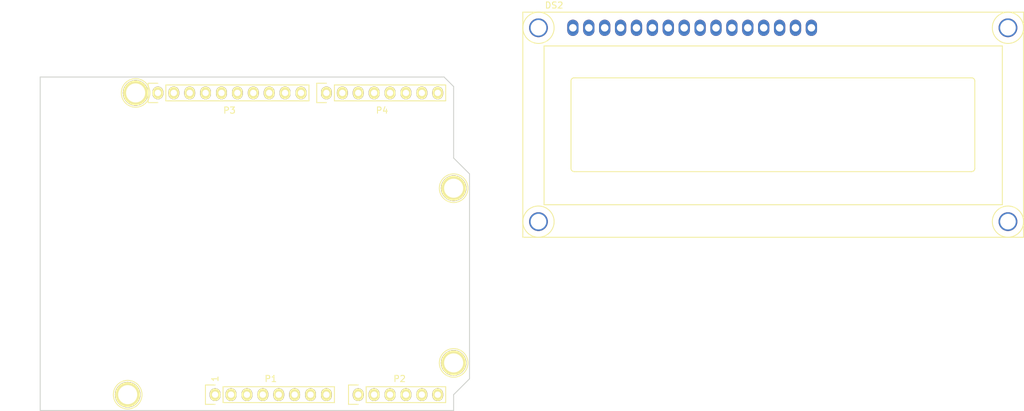
<source format=kicad_pcb>
(kicad_pcb (version 4) (host pcbnew 4.0.4+e1-6308~48~ubuntu14.04.1-stable)

  (general
    (links 4)
    (no_connects 4)
    (area 110.922999 72.949999 179.653001 126.440001)
    (thickness 1.6)
    (drawings 27)
    (tracks 0)
    (zones 0)
    (modules 9)
    (nets 49)
  )

  (page A4)
  (title_block
    (date "lun. 30 mars 2015")
  )

  (layers
    (0 F.Cu signal)
    (31 B.Cu signal)
    (32 B.Adhes user)
    (33 F.Adhes user)
    (34 B.Paste user)
    (35 F.Paste user)
    (36 B.SilkS user)
    (37 F.SilkS user)
    (38 B.Mask user)
    (39 F.Mask user)
    (40 Dwgs.User user)
    (41 Cmts.User user)
    (42 Eco1.User user)
    (43 Eco2.User user)
    (44 Edge.Cuts user)
    (45 Margin user)
    (46 B.CrtYd user)
    (47 F.CrtYd user)
    (48 B.Fab user)
    (49 F.Fab user)
  )

  (setup
    (last_trace_width 0.25)
    (trace_clearance 0.2)
    (zone_clearance 0.508)
    (zone_45_only no)
    (trace_min 0.2)
    (segment_width 0.15)
    (edge_width 0.15)
    (via_size 0.6)
    (via_drill 0.4)
    (via_min_size 0.4)
    (via_min_drill 0.3)
    (uvia_size 0.3)
    (uvia_drill 0.1)
    (uvias_allowed no)
    (uvia_min_size 0.2)
    (uvia_min_drill 0.1)
    (pcb_text_width 0.3)
    (pcb_text_size 1.5 1.5)
    (mod_edge_width 0.15)
    (mod_text_size 1 1)
    (mod_text_width 0.15)
    (pad_size 4.064 4.064)
    (pad_drill 3.048)
    (pad_to_mask_clearance 0)
    (aux_axis_origin 110.998 126.365)
    (grid_origin 110.998 126.365)
    (visible_elements FFFFFF7F)
    (pcbplotparams
      (layerselection 0x00030_80000001)
      (usegerberextensions false)
      (excludeedgelayer true)
      (linewidth 0.100000)
      (plotframeref false)
      (viasonmask false)
      (mode 1)
      (useauxorigin false)
      (hpglpennumber 1)
      (hpglpenspeed 20)
      (hpglpendiameter 15)
      (hpglpenoverlay 2)
      (psnegative false)
      (psa4output false)
      (plotreference true)
      (plotvalue true)
      (plotinvisibletext false)
      (padsonsilk false)
      (subtractmaskfromsilk false)
      (outputformat 1)
      (mirror false)
      (drillshape 1)
      (scaleselection 1)
      (outputdirectory ""))
  )

  (net 0 "")
  (net 1 /IOREF)
  (net 2 /Reset)
  (net 3 +5V)
  (net 4 GND)
  (net 5 /Vin)
  (net 6 /A0)
  (net 7 /A1)
  (net 8 /A2)
  (net 9 /A3)
  (net 10 /AREF)
  (net 11 "/A4(SDA)")
  (net 12 "/A5(SCL)")
  (net 13 "/9(**)")
  (net 14 /8)
  (net 15 /7)
  (net 16 "/6(**)")
  (net 17 "/5(**)")
  (net 18 /4)
  (net 19 "/3(**)")
  (net 20 /2)
  (net 21 "/1(Tx)")
  (net 22 "/0(Rx)")
  (net 23 "Net-(P5-Pad1)")
  (net 24 "Net-(P6-Pad1)")
  (net 25 "Net-(P7-Pad1)")
  (net 26 "Net-(P8-Pad1)")
  (net 27 "/13(SCK)")
  (net 28 "/10(**/SS)")
  (net 29 "Net-(P1-Pad1)")
  (net 30 +3V3)
  (net 31 "/12(MISO)")
  (net 32 "/11(**/MOSI)")
  (net 33 "Net-(DS2-Pad1)")
  (net 34 "Net-(DS2-Pad2)")
  (net 35 "Net-(DS2-Pad3)")
  (net 36 "Net-(DS2-Pad4)")
  (net 37 "Net-(DS2-Pad5)")
  (net 38 "Net-(DS2-Pad6)")
  (net 39 "Net-(DS2-Pad7)")
  (net 40 "Net-(DS2-Pad8)")
  (net 41 "Net-(DS2-Pad9)")
  (net 42 "Net-(DS2-Pad10)")
  (net 43 "Net-(DS2-Pad11)")
  (net 44 "Net-(DS2-Pad12)")
  (net 45 "Net-(DS2-Pad13)")
  (net 46 "Net-(DS2-Pad14)")
  (net 47 "Net-(DS2-Pad15)")
  (net 48 "Net-(DS2-Pad16)")

  (net_class Default "This is the default net class."
    (clearance 0.2)
    (trace_width 0.25)
    (via_dia 0.6)
    (via_drill 0.4)
    (uvia_dia 0.3)
    (uvia_drill 0.1)
    (add_net +3V3)
    (add_net +5V)
    (add_net "/0(Rx)")
    (add_net "/1(Tx)")
    (add_net "/10(**/SS)")
    (add_net "/11(**/MOSI)")
    (add_net "/12(MISO)")
    (add_net "/13(SCK)")
    (add_net /2)
    (add_net "/3(**)")
    (add_net /4)
    (add_net "/5(**)")
    (add_net "/6(**)")
    (add_net /7)
    (add_net /8)
    (add_net "/9(**)")
    (add_net /A0)
    (add_net /A1)
    (add_net /A2)
    (add_net /A3)
    (add_net "/A4(SDA)")
    (add_net "/A5(SCL)")
    (add_net /AREF)
    (add_net /IOREF)
    (add_net /Reset)
    (add_net /Vin)
    (add_net GND)
    (add_net "Net-(DS2-Pad1)")
    (add_net "Net-(DS2-Pad10)")
    (add_net "Net-(DS2-Pad11)")
    (add_net "Net-(DS2-Pad12)")
    (add_net "Net-(DS2-Pad13)")
    (add_net "Net-(DS2-Pad14)")
    (add_net "Net-(DS2-Pad15)")
    (add_net "Net-(DS2-Pad16)")
    (add_net "Net-(DS2-Pad2)")
    (add_net "Net-(DS2-Pad3)")
    (add_net "Net-(DS2-Pad4)")
    (add_net "Net-(DS2-Pad5)")
    (add_net "Net-(DS2-Pad6)")
    (add_net "Net-(DS2-Pad7)")
    (add_net "Net-(DS2-Pad8)")
    (add_net "Net-(DS2-Pad9)")
    (add_net "Net-(P1-Pad1)")
    (add_net "Net-(P5-Pad1)")
    (add_net "Net-(P6-Pad1)")
    (add_net "Net-(P7-Pad1)")
    (add_net "Net-(P8-Pad1)")
  )

  (module Socket_Arduino_Uno:Socket_Strip_Arduino_1x08 locked (layer F.Cu) (tedit 552168D2) (tstamp 551AF9EA)
    (at 138.938 123.825)
    (descr "Through hole socket strip")
    (tags "socket strip")
    (path /5517C2C1)
    (fp_text reference P1 (at 8.89 -2.54) (layer F.SilkS)
      (effects (font (size 1 1) (thickness 0.15)))
    )
    (fp_text value Power (at 8.89 -4.064) (layer F.Fab)
      (effects (font (size 1 1) (thickness 0.15)))
    )
    (fp_line (start -1.75 -1.75) (end -1.75 1.75) (layer F.CrtYd) (width 0.05))
    (fp_line (start 19.55 -1.75) (end 19.55 1.75) (layer F.CrtYd) (width 0.05))
    (fp_line (start -1.75 -1.75) (end 19.55 -1.75) (layer F.CrtYd) (width 0.05))
    (fp_line (start -1.75 1.75) (end 19.55 1.75) (layer F.CrtYd) (width 0.05))
    (fp_line (start 1.27 1.27) (end 19.05 1.27) (layer F.SilkS) (width 0.15))
    (fp_line (start 19.05 1.27) (end 19.05 -1.27) (layer F.SilkS) (width 0.15))
    (fp_line (start 19.05 -1.27) (end 1.27 -1.27) (layer F.SilkS) (width 0.15))
    (fp_line (start -1.55 1.55) (end 0 1.55) (layer F.SilkS) (width 0.15))
    (fp_line (start 1.27 1.27) (end 1.27 -1.27) (layer F.SilkS) (width 0.15))
    (fp_line (start 0 -1.55) (end -1.55 -1.55) (layer F.SilkS) (width 0.15))
    (fp_line (start -1.55 -1.55) (end -1.55 1.55) (layer F.SilkS) (width 0.15))
    (pad 1 thru_hole oval (at 0 0) (size 1.7272 2.032) (drill 1.016) (layers *.Cu *.Mask F.SilkS)
      (net 29 "Net-(P1-Pad1)"))
    (pad 2 thru_hole oval (at 2.54 0) (size 1.7272 2.032) (drill 1.016) (layers *.Cu *.Mask F.SilkS)
      (net 1 /IOREF))
    (pad 3 thru_hole oval (at 5.08 0) (size 1.7272 2.032) (drill 1.016) (layers *.Cu *.Mask F.SilkS)
      (net 2 /Reset))
    (pad 4 thru_hole oval (at 7.62 0) (size 1.7272 2.032) (drill 1.016) (layers *.Cu *.Mask F.SilkS)
      (net 30 +3V3))
    (pad 5 thru_hole oval (at 10.16 0) (size 1.7272 2.032) (drill 1.016) (layers *.Cu *.Mask F.SilkS)
      (net 3 +5V))
    (pad 6 thru_hole oval (at 12.7 0) (size 1.7272 2.032) (drill 1.016) (layers *.Cu *.Mask F.SilkS)
      (net 4 GND))
    (pad 7 thru_hole oval (at 15.24 0) (size 1.7272 2.032) (drill 1.016) (layers *.Cu *.Mask F.SilkS)
      (net 4 GND))
    (pad 8 thru_hole oval (at 17.78 0) (size 1.7272 2.032) (drill 1.016) (layers *.Cu *.Mask F.SilkS)
      (net 5 /Vin))
    (model ${KIPRJMOD}/Socket_Arduino_Uno.3dshapes/Socket_header_Arduino_1x08.wrl
      (at (xyz 0.35 0 0))
      (scale (xyz 1 1 1))
      (rotate (xyz 0 0 180))
    )
  )

  (module Socket_Arduino_Uno:Socket_Strip_Arduino_1x06 locked (layer F.Cu) (tedit 552168D6) (tstamp 551AF9FF)
    (at 161.798 123.825)
    (descr "Through hole socket strip")
    (tags "socket strip")
    (path /5517C323)
    (fp_text reference P2 (at 6.604 -2.54) (layer F.SilkS)
      (effects (font (size 1 1) (thickness 0.15)))
    )
    (fp_text value Analog (at 6.604 -4.064) (layer F.Fab)
      (effects (font (size 1 1) (thickness 0.15)))
    )
    (fp_line (start -1.75 -1.75) (end -1.75 1.75) (layer F.CrtYd) (width 0.05))
    (fp_line (start 14.45 -1.75) (end 14.45 1.75) (layer F.CrtYd) (width 0.05))
    (fp_line (start -1.75 -1.75) (end 14.45 -1.75) (layer F.CrtYd) (width 0.05))
    (fp_line (start -1.75 1.75) (end 14.45 1.75) (layer F.CrtYd) (width 0.05))
    (fp_line (start 1.27 1.27) (end 13.97 1.27) (layer F.SilkS) (width 0.15))
    (fp_line (start 13.97 1.27) (end 13.97 -1.27) (layer F.SilkS) (width 0.15))
    (fp_line (start 13.97 -1.27) (end 1.27 -1.27) (layer F.SilkS) (width 0.15))
    (fp_line (start -1.55 1.55) (end 0 1.55) (layer F.SilkS) (width 0.15))
    (fp_line (start 1.27 1.27) (end 1.27 -1.27) (layer F.SilkS) (width 0.15))
    (fp_line (start 0 -1.55) (end -1.55 -1.55) (layer F.SilkS) (width 0.15))
    (fp_line (start -1.55 -1.55) (end -1.55 1.55) (layer F.SilkS) (width 0.15))
    (pad 1 thru_hole oval (at 0 0) (size 1.7272 2.032) (drill 1.016) (layers *.Cu *.Mask F.SilkS)
      (net 6 /A0))
    (pad 2 thru_hole oval (at 2.54 0) (size 1.7272 2.032) (drill 1.016) (layers *.Cu *.Mask F.SilkS)
      (net 7 /A1))
    (pad 3 thru_hole oval (at 5.08 0) (size 1.7272 2.032) (drill 1.016) (layers *.Cu *.Mask F.SilkS)
      (net 8 /A2))
    (pad 4 thru_hole oval (at 7.62 0) (size 1.7272 2.032) (drill 1.016) (layers *.Cu *.Mask F.SilkS)
      (net 9 /A3))
    (pad 5 thru_hole oval (at 10.16 0) (size 1.7272 2.032) (drill 1.016) (layers *.Cu *.Mask F.SilkS)
      (net 11 "/A4(SDA)"))
    (pad 6 thru_hole oval (at 12.7 0) (size 1.7272 2.032) (drill 1.016) (layers *.Cu *.Mask F.SilkS)
      (net 12 "/A5(SCL)"))
    (model ${KIPRJMOD}/Socket_Arduino_Uno.3dshapes/Socket_header_Arduino_1x06.wrl
      (at (xyz 0.25 0 0))
      (scale (xyz 1 1 1))
      (rotate (xyz 0 0 180))
    )
  )

  (module Socket_Arduino_Uno:Socket_Strip_Arduino_1x10 locked (layer F.Cu) (tedit 552168BF) (tstamp 551AFA18)
    (at 129.794 75.565)
    (descr "Through hole socket strip")
    (tags "socket strip")
    (path /5517C46C)
    (fp_text reference P3 (at 11.43 2.794) (layer F.SilkS)
      (effects (font (size 1 1) (thickness 0.15)))
    )
    (fp_text value Digital (at 11.43 4.318) (layer F.Fab)
      (effects (font (size 1 1) (thickness 0.15)))
    )
    (fp_line (start -1.75 -1.75) (end -1.75 1.75) (layer F.CrtYd) (width 0.05))
    (fp_line (start 24.65 -1.75) (end 24.65 1.75) (layer F.CrtYd) (width 0.05))
    (fp_line (start -1.75 -1.75) (end 24.65 -1.75) (layer F.CrtYd) (width 0.05))
    (fp_line (start -1.75 1.75) (end 24.65 1.75) (layer F.CrtYd) (width 0.05))
    (fp_line (start 1.27 1.27) (end 24.13 1.27) (layer F.SilkS) (width 0.15))
    (fp_line (start 24.13 1.27) (end 24.13 -1.27) (layer F.SilkS) (width 0.15))
    (fp_line (start 24.13 -1.27) (end 1.27 -1.27) (layer F.SilkS) (width 0.15))
    (fp_line (start -1.55 1.55) (end 0 1.55) (layer F.SilkS) (width 0.15))
    (fp_line (start 1.27 1.27) (end 1.27 -1.27) (layer F.SilkS) (width 0.15))
    (fp_line (start 0 -1.55) (end -1.55 -1.55) (layer F.SilkS) (width 0.15))
    (fp_line (start -1.55 -1.55) (end -1.55 1.55) (layer F.SilkS) (width 0.15))
    (pad 1 thru_hole oval (at 0 0) (size 1.7272 2.032) (drill 1.016) (layers *.Cu *.Mask F.SilkS)
      (net 12 "/A5(SCL)"))
    (pad 2 thru_hole oval (at 2.54 0) (size 1.7272 2.032) (drill 1.016) (layers *.Cu *.Mask F.SilkS)
      (net 11 "/A4(SDA)"))
    (pad 3 thru_hole oval (at 5.08 0) (size 1.7272 2.032) (drill 1.016) (layers *.Cu *.Mask F.SilkS)
      (net 10 /AREF))
    (pad 4 thru_hole oval (at 7.62 0) (size 1.7272 2.032) (drill 1.016) (layers *.Cu *.Mask F.SilkS)
      (net 4 GND))
    (pad 5 thru_hole oval (at 10.16 0) (size 1.7272 2.032) (drill 1.016) (layers *.Cu *.Mask F.SilkS)
      (net 27 "/13(SCK)"))
    (pad 6 thru_hole oval (at 12.7 0) (size 1.7272 2.032) (drill 1.016) (layers *.Cu *.Mask F.SilkS)
      (net 31 "/12(MISO)"))
    (pad 7 thru_hole oval (at 15.24 0) (size 1.7272 2.032) (drill 1.016) (layers *.Cu *.Mask F.SilkS)
      (net 32 "/11(**/MOSI)"))
    (pad 8 thru_hole oval (at 17.78 0) (size 1.7272 2.032) (drill 1.016) (layers *.Cu *.Mask F.SilkS)
      (net 28 "/10(**/SS)"))
    (pad 9 thru_hole oval (at 20.32 0) (size 1.7272 2.032) (drill 1.016) (layers *.Cu *.Mask F.SilkS)
      (net 13 "/9(**)"))
    (pad 10 thru_hole oval (at 22.86 0) (size 1.7272 2.032) (drill 1.016) (layers *.Cu *.Mask F.SilkS)
      (net 14 /8))
    (model ${KIPRJMOD}/Socket_Arduino_Uno.3dshapes/Socket_header_Arduino_1x10.wrl
      (at (xyz 0.45 0 0))
      (scale (xyz 1 1 1))
      (rotate (xyz 0 0 180))
    )
  )

  (module Socket_Arduino_Uno:Socket_Strip_Arduino_1x08 locked (layer F.Cu) (tedit 552168C7) (tstamp 551AFA2F)
    (at 156.718 75.565)
    (descr "Through hole socket strip")
    (tags "socket strip")
    (path /5517C366)
    (fp_text reference P4 (at 8.89 2.794) (layer F.SilkS)
      (effects (font (size 1 1) (thickness 0.15)))
    )
    (fp_text value Digital (at 8.89 4.318) (layer F.Fab)
      (effects (font (size 1 1) (thickness 0.15)))
    )
    (fp_line (start -1.75 -1.75) (end -1.75 1.75) (layer F.CrtYd) (width 0.05))
    (fp_line (start 19.55 -1.75) (end 19.55 1.75) (layer F.CrtYd) (width 0.05))
    (fp_line (start -1.75 -1.75) (end 19.55 -1.75) (layer F.CrtYd) (width 0.05))
    (fp_line (start -1.75 1.75) (end 19.55 1.75) (layer F.CrtYd) (width 0.05))
    (fp_line (start 1.27 1.27) (end 19.05 1.27) (layer F.SilkS) (width 0.15))
    (fp_line (start 19.05 1.27) (end 19.05 -1.27) (layer F.SilkS) (width 0.15))
    (fp_line (start 19.05 -1.27) (end 1.27 -1.27) (layer F.SilkS) (width 0.15))
    (fp_line (start -1.55 1.55) (end 0 1.55) (layer F.SilkS) (width 0.15))
    (fp_line (start 1.27 1.27) (end 1.27 -1.27) (layer F.SilkS) (width 0.15))
    (fp_line (start 0 -1.55) (end -1.55 -1.55) (layer F.SilkS) (width 0.15))
    (fp_line (start -1.55 -1.55) (end -1.55 1.55) (layer F.SilkS) (width 0.15))
    (pad 1 thru_hole oval (at 0 0) (size 1.7272 2.032) (drill 1.016) (layers *.Cu *.Mask F.SilkS)
      (net 15 /7))
    (pad 2 thru_hole oval (at 2.54 0) (size 1.7272 2.032) (drill 1.016) (layers *.Cu *.Mask F.SilkS)
      (net 16 "/6(**)"))
    (pad 3 thru_hole oval (at 5.08 0) (size 1.7272 2.032) (drill 1.016) (layers *.Cu *.Mask F.SilkS)
      (net 17 "/5(**)"))
    (pad 4 thru_hole oval (at 7.62 0) (size 1.7272 2.032) (drill 1.016) (layers *.Cu *.Mask F.SilkS)
      (net 18 /4))
    (pad 5 thru_hole oval (at 10.16 0) (size 1.7272 2.032) (drill 1.016) (layers *.Cu *.Mask F.SilkS)
      (net 19 "/3(**)"))
    (pad 6 thru_hole oval (at 12.7 0) (size 1.7272 2.032) (drill 1.016) (layers *.Cu *.Mask F.SilkS)
      (net 20 /2))
    (pad 7 thru_hole oval (at 15.24 0) (size 1.7272 2.032) (drill 1.016) (layers *.Cu *.Mask F.SilkS)
      (net 21 "/1(Tx)"))
    (pad 8 thru_hole oval (at 17.78 0) (size 1.7272 2.032) (drill 1.016) (layers *.Cu *.Mask F.SilkS)
      (net 22 "/0(Rx)"))
    (model ${KIPRJMOD}/Socket_Arduino_Uno.3dshapes/Socket_header_Arduino_1x08.wrl
      (at (xyz 0.35 0 0))
      (scale (xyz 1 1 1))
      (rotate (xyz 0 0 180))
    )
  )

  (module Socket_Arduino_Uno:Arduino_1pin locked (layer F.Cu) (tedit 5524FC39) (tstamp 5524FC3F)
    (at 124.968 123.825)
    (descr "module 1 pin (ou trou mecanique de percage)")
    (tags DEV)
    (path /551BBC06)
    (fp_text reference P5 (at 0 -3.048) (layer F.SilkS) hide
      (effects (font (size 1 1) (thickness 0.15)))
    )
    (fp_text value CONN_1 (at 0 2.794) (layer F.Fab) hide
      (effects (font (size 1 1) (thickness 0.15)))
    )
    (fp_circle (center 0 0) (end 0 -2.286) (layer F.SilkS) (width 0.15))
    (pad 1 thru_hole circle (at 0 0) (size 4.064 4.064) (drill 3.048) (layers *.Cu *.Mask F.SilkS)
      (net 23 "Net-(P5-Pad1)"))
  )

  (module Socket_Arduino_Uno:Arduino_1pin locked (layer F.Cu) (tedit 5524FC4A) (tstamp 5524FC44)
    (at 177.038 118.745)
    (descr "module 1 pin (ou trou mecanique de percage)")
    (tags DEV)
    (path /551BBD10)
    (fp_text reference P6 (at 0 -3.048) (layer F.SilkS) hide
      (effects (font (size 1 1) (thickness 0.15)))
    )
    (fp_text value CONN_1 (at 0 2.794) (layer F.Fab) hide
      (effects (font (size 1 1) (thickness 0.15)))
    )
    (fp_circle (center 0 0) (end 0 -2.286) (layer F.SilkS) (width 0.15))
    (pad 1 thru_hole circle (at 0 0) (size 4.064 4.064) (drill 3.048) (layers *.Cu *.Mask F.SilkS)
      (net 24 "Net-(P6-Pad1)"))
  )

  (module Socket_Arduino_Uno:Arduino_1pin locked (layer F.Cu) (tedit 5524FC2F) (tstamp 5524FC49)
    (at 126.238 75.565)
    (descr "module 1 pin (ou trou mecanique de percage)")
    (tags DEV)
    (path /551BBD30)
    (fp_text reference P7 (at 0 -3.048) (layer F.SilkS) hide
      (effects (font (size 1 1) (thickness 0.15)))
    )
    (fp_text value CONN_1 (at 0 2.794) (layer F.Fab) hide
      (effects (font (size 1 1) (thickness 0.15)))
    )
    (fp_circle (center 0 0) (end 0 -2.286) (layer F.SilkS) (width 0.15))
    (pad 1 thru_hole circle (at 0 0) (size 4.064 4.064) (drill 3.048) (layers *.Cu *.Mask F.SilkS)
      (net 25 "Net-(P7-Pad1)"))
  )

  (module Socket_Arduino_Uno:Arduino_1pin locked (layer F.Cu) (tedit 5524FC41) (tstamp 5524FC4E)
    (at 177.038 90.805)
    (descr "module 1 pin (ou trou mecanique de percage)")
    (tags DEV)
    (path /551BBD52)
    (fp_text reference P8 (at 0 -3.048) (layer F.SilkS) hide
      (effects (font (size 1 1) (thickness 0.15)))
    )
    (fp_text value CONN_1 (at 0 2.794) (layer F.Fab) hide
      (effects (font (size 1 1) (thickness 0.15)))
    )
    (fp_circle (center 0 0) (end 0 -2.286) (layer F.SilkS) (width 0.15))
    (pad 1 thru_hole circle (at 0 0) (size 4.064 4.064) (drill 3.048) (layers *.Cu *.Mask F.SilkS)
      (net 26 "Net-(P8-Pad1)"))
  )

  (module Displays:WC1602A (layer F.Cu) (tedit 0) (tstamp 582C7E67)
    (at 196.088 65.151)
    (descr http://www.kamami.pl/dl/wc1602a0.pdf)
    (tags "LCD 16x2 Alphanumeric 16pin")
    (path /582C80ED)
    (fp_text reference DS2 (at -2.99974 -3.59918) (layer F.SilkS)
      (effects (font (size 1 1) (thickness 0.15)))
    )
    (fp_text value LCD16X2 (at 31.99892 15.49908) (layer F.Fab)
      (effects (font (size 1 1) (thickness 0.15)))
    )
    (fp_line (start 0.20066 8.001) (end 63.70066 8.001) (layer F.SilkS) (width 0.15))
    (fp_line (start -0.29972 22.49932) (end -0.29972 8.49884) (layer F.SilkS) (width 0.15))
    (fp_line (start 63.70066 22.9997) (end 0.20066 22.9997) (layer F.SilkS) (width 0.15))
    (fp_line (start 64.20104 8.49884) (end 64.20104 22.49932) (layer F.SilkS) (width 0.15))
    (fp_arc (start 63.70066 8.49884) (end 63.70066 8.001) (angle 90) (layer F.SilkS) (width 0.15))
    (fp_arc (start 63.70066 22.49932) (end 64.20104 22.49932) (angle 90) (layer F.SilkS) (width 0.15))
    (fp_arc (start 0.20066 22.49932) (end 0.20066 22.9997) (angle 90) (layer F.SilkS) (width 0.15))
    (fp_arc (start 0.20066 8.49884) (end -0.29972 8.49884) (angle 90) (layer F.SilkS) (width 0.15))
    (fp_line (start -4.59994 2.90068) (end 68.60032 2.90068) (layer F.SilkS) (width 0.15))
    (fp_line (start 68.60032 2.90068) (end 68.60032 28.30068) (layer F.SilkS) (width 0.15))
    (fp_line (start 68.60032 28.30068) (end -4.59994 28.30068) (layer F.SilkS) (width 0.15))
    (fp_line (start -4.59994 28.30068) (end -4.59994 2.90068) (layer F.SilkS) (width 0.15))
    (fp_circle (center 69.49948 0) (end 71.99884 0) (layer F.SilkS) (width 0.15))
    (fp_circle (center 69.49948 31.0007) (end 71.99884 31.0007) (layer F.SilkS) (width 0.15))
    (fp_circle (center -5.4991 31.0007) (end -8.001 31.0007) (layer F.SilkS) (width 0.15))
    (fp_circle (center -5.4991 0) (end -2.99974 0) (layer F.SilkS) (width 0.15))
    (fp_line (start -8.001 -2.49936) (end 71.99884 -2.49936) (layer F.SilkS) (width 0.15))
    (fp_line (start 71.99884 -2.49936) (end 71.99884 33.50006) (layer F.SilkS) (width 0.15))
    (fp_line (start 71.99884 33.50006) (end -8.001 33.50006) (layer F.SilkS) (width 0.15))
    (fp_line (start -8.001 33.50006) (end -8.001 -2.49936) (layer F.SilkS) (width 0.15))
    (pad 1 thru_hole oval (at 0 0) (size 1.8 2.6) (drill 1.2) (layers *.Cu *.Mask)
      (net 33 "Net-(DS2-Pad1)"))
    (pad 2 thru_hole oval (at 2.54 0) (size 1.8 2.6) (drill 1.2) (layers *.Cu *.Mask)
      (net 34 "Net-(DS2-Pad2)"))
    (pad 3 thru_hole oval (at 5.08 0) (size 1.8 2.6) (drill 1.2) (layers *.Cu *.Mask)
      (net 35 "Net-(DS2-Pad3)"))
    (pad 4 thru_hole oval (at 7.62 0) (size 1.8 2.6) (drill 1.2) (layers *.Cu *.Mask)
      (net 36 "Net-(DS2-Pad4)"))
    (pad 5 thru_hole oval (at 10.16 0) (size 1.8 2.6) (drill 1.2) (layers *.Cu *.Mask)
      (net 37 "Net-(DS2-Pad5)"))
    (pad 6 thru_hole oval (at 12.7 0) (size 1.8 2.6) (drill 1.2) (layers *.Cu *.Mask)
      (net 38 "Net-(DS2-Pad6)"))
    (pad 7 thru_hole oval (at 15.24 0) (size 1.8 2.6) (drill 1.2) (layers *.Cu *.Mask)
      (net 39 "Net-(DS2-Pad7)"))
    (pad 8 thru_hole oval (at 17.78 0) (size 1.8 2.6) (drill 1.2) (layers *.Cu *.Mask)
      (net 40 "Net-(DS2-Pad8)"))
    (pad 9 thru_hole oval (at 20.32 0) (size 1.8 2.6) (drill 1.2) (layers *.Cu *.Mask)
      (net 41 "Net-(DS2-Pad9)"))
    (pad 10 thru_hole oval (at 22.86 0) (size 1.8 2.6) (drill 1.2) (layers *.Cu *.Mask)
      (net 42 "Net-(DS2-Pad10)"))
    (pad 11 thru_hole oval (at 25.4 0) (size 1.8 2.6) (drill 1.2) (layers *.Cu *.Mask)
      (net 43 "Net-(DS2-Pad11)"))
    (pad 12 thru_hole oval (at 27.94 0) (size 1.8 2.6) (drill 1.2) (layers *.Cu *.Mask)
      (net 44 "Net-(DS2-Pad12)"))
    (pad 13 thru_hole oval (at 30.48 0) (size 1.8 2.6) (drill 1.2) (layers *.Cu *.Mask)
      (net 45 "Net-(DS2-Pad13)"))
    (pad 14 thru_hole oval (at 33.02 0) (size 1.8 2.6) (drill 1.2) (layers *.Cu *.Mask)
      (net 46 "Net-(DS2-Pad14)"))
    (pad 15 thru_hole oval (at 35.56 0) (size 1.8 2.6) (drill 1.2) (layers *.Cu *.Mask)
      (net 47 "Net-(DS2-Pad15)"))
    (pad 16 thru_hole oval (at 38.1 0) (size 1.8 2.6) (drill 1.2) (layers *.Cu *.Mask)
      (net 48 "Net-(DS2-Pad16)"))
    (pad 0 thru_hole circle (at -5.4991 0) (size 3 3) (drill 2.5) (layers *.Cu *.Mask))
    (pad 0 thru_hole circle (at -5.4991 31.0007) (size 3 3) (drill 2.5) (layers *.Cu *.Mask))
    (pad 0 thru_hole circle (at 69.49948 31.0007) (size 3 3) (drill 2.5) (layers *.Cu *.Mask))
    (pad 0 thru_hole circle (at 69.49948 0) (size 3 3) (drill 2.5) (layers *.Cu *.Mask))
  )

  (gr_text 1 (at 138.938 121.285 90) (layer F.SilkS)
    (effects (font (size 1 1) (thickness 0.15)))
  )
  (gr_circle (center 117.348 76.962) (end 118.618 76.962) (layer Dwgs.User) (width 0.15))
  (gr_line (start 114.427 78.994) (end 114.427 74.93) (angle 90) (layer Dwgs.User) (width 0.15))
  (gr_line (start 120.269 78.994) (end 114.427 78.994) (angle 90) (layer Dwgs.User) (width 0.15))
  (gr_line (start 120.269 74.93) (end 120.269 78.994) (angle 90) (layer Dwgs.User) (width 0.15))
  (gr_line (start 114.427 74.93) (end 120.269 74.93) (angle 90) (layer Dwgs.User) (width 0.15))
  (gr_line (start 120.523 93.98) (end 104.648 93.98) (angle 90) (layer Dwgs.User) (width 0.15))
  (gr_line (start 177.038 74.549) (end 175.514 73.025) (angle 90) (layer Edge.Cuts) (width 0.15))
  (gr_line (start 177.038 85.979) (end 177.038 74.549) (angle 90) (layer Edge.Cuts) (width 0.15))
  (gr_line (start 179.578 88.519) (end 177.038 85.979) (angle 90) (layer Edge.Cuts) (width 0.15))
  (gr_line (start 179.578 121.285) (end 179.578 88.519) (angle 90) (layer Edge.Cuts) (width 0.15))
  (gr_line (start 177.038 123.825) (end 179.578 121.285) (angle 90) (layer Edge.Cuts) (width 0.15))
  (gr_line (start 177.038 126.365) (end 177.038 123.825) (angle 90) (layer Edge.Cuts) (width 0.15))
  (gr_line (start 110.998 126.365) (end 177.038 126.365) (angle 90) (layer Edge.Cuts) (width 0.15))
  (gr_line (start 110.998 73.025) (end 110.998 126.365) (angle 90) (layer Edge.Cuts) (width 0.15))
  (gr_line (start 175.514 73.025) (end 110.998 73.025) (angle 90) (layer Edge.Cuts) (width 0.15))
  (gr_line (start 173.355 102.235) (end 173.355 94.615) (angle 90) (layer Dwgs.User) (width 0.15))
  (gr_line (start 178.435 102.235) (end 173.355 102.235) (angle 90) (layer Dwgs.User) (width 0.15))
  (gr_line (start 178.435 94.615) (end 178.435 102.235) (angle 90) (layer Dwgs.User) (width 0.15))
  (gr_line (start 173.355 94.615) (end 178.435 94.615) (angle 90) (layer Dwgs.User) (width 0.15))
  (gr_line (start 109.093 123.19) (end 109.093 114.3) (angle 90) (layer Dwgs.User) (width 0.15))
  (gr_line (start 122.428 123.19) (end 109.093 123.19) (angle 90) (layer Dwgs.User) (width 0.15))
  (gr_line (start 122.428 114.3) (end 122.428 123.19) (angle 90) (layer Dwgs.User) (width 0.15))
  (gr_line (start 109.093 114.3) (end 122.428 114.3) (angle 90) (layer Dwgs.User) (width 0.15))
  (gr_line (start 104.648 93.98) (end 104.648 82.55) (angle 90) (layer Dwgs.User) (width 0.15))
  (gr_line (start 120.523 82.55) (end 120.523 93.98) (angle 90) (layer Dwgs.User) (width 0.15))
  (gr_line (start 104.648 82.55) (end 120.523 82.55) (angle 90) (layer Dwgs.User) (width 0.15))

)

</source>
